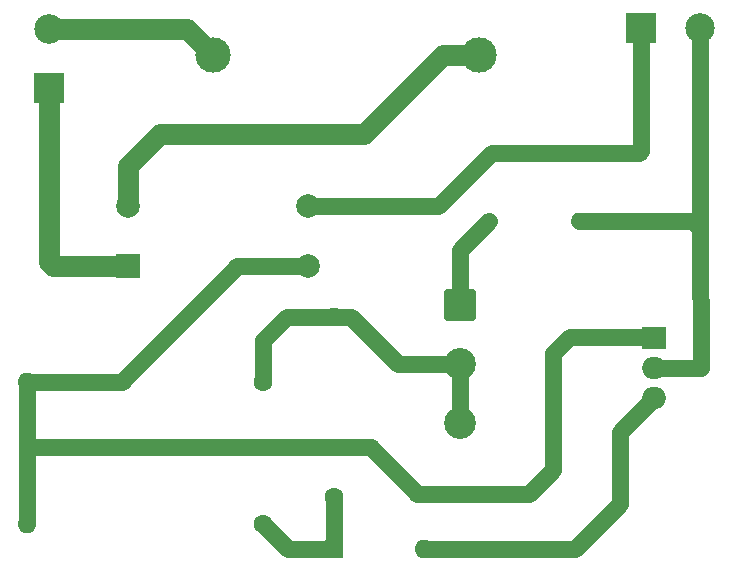
<source format=gbr>
%TF.GenerationSoftware,KiCad,Pcbnew,6.0.7-f9a2dced07~116~ubuntu20.04.1*%
%TF.CreationDate,2022-08-07T22:42:36+01:00*%
%TF.ProjectId,MController,4d436f6e-7472-46f6-9c6c-65722e6b6963,rev?*%
%TF.SameCoordinates,Original*%
%TF.FileFunction,Copper,L2,Bot*%
%TF.FilePolarity,Positive*%
%FSLAX46Y46*%
G04 Gerber Fmt 4.6, Leading zero omitted, Abs format (unit mm)*
G04 Created by KiCad (PCBNEW 6.0.7-f9a2dced07~116~ubuntu20.04.1) date 2022-08-07 22:42:36*
%MOMM*%
%LPD*%
G01*
G04 APERTURE LIST*
G04 Aperture macros list*
%AMRoundRect*
0 Rectangle with rounded corners*
0 $1 Rounding radius*
0 $2 $3 $4 $5 $6 $7 $8 $9 X,Y pos of 4 corners*
0 Add a 4 corners polygon primitive as box body*
4,1,4,$2,$3,$4,$5,$6,$7,$8,$9,$2,$3,0*
0 Add four circle primitives for the rounded corners*
1,1,$1+$1,$2,$3*
1,1,$1+$1,$4,$5*
1,1,$1+$1,$6,$7*
1,1,$1+$1,$8,$9*
0 Add four rect primitives between the rounded corners*
20,1,$1+$1,$2,$3,$4,$5,0*
20,1,$1+$1,$4,$5,$6,$7,0*
20,1,$1+$1,$6,$7,$8,$9,0*
20,1,$1+$1,$8,$9,$2,$3,0*%
G04 Aperture macros list end*
%TA.AperFunction,ComponentPad*%
%ADD10C,1.400000*%
%TD*%
%TA.AperFunction,ComponentPad*%
%ADD11O,1.400000X1.400000*%
%TD*%
%TA.AperFunction,ComponentPad*%
%ADD12R,2.000000X1.905000*%
%TD*%
%TA.AperFunction,ComponentPad*%
%ADD13O,2.000000X1.905000*%
%TD*%
%TA.AperFunction,ComponentPad*%
%ADD14C,3.000000*%
%TD*%
%TA.AperFunction,ComponentPad*%
%ADD15C,1.600000*%
%TD*%
%TA.AperFunction,ComponentPad*%
%ADD16O,1.600000X1.600000*%
%TD*%
%TA.AperFunction,ComponentPad*%
%ADD17RoundRect,0.250001X-1.099999X1.099999X-1.099999X-1.099999X1.099999X-1.099999X1.099999X1.099999X0*%
%TD*%
%TA.AperFunction,ComponentPad*%
%ADD18C,2.700000*%
%TD*%
%TA.AperFunction,ComponentPad*%
%ADD19R,2.500000X2.500000*%
%TD*%
%TA.AperFunction,ComponentPad*%
%ADD20C,2.500000*%
%TD*%
%TA.AperFunction,ComponentPad*%
%ADD21R,2.000000X2.000000*%
%TD*%
%TA.AperFunction,ComponentPad*%
%ADD22C,2.000000*%
%TD*%
%TA.AperFunction,ComponentPad*%
%ADD23R,1.600000X1.600000*%
%TD*%
%TA.AperFunction,Conductor*%
%ADD24C,1.400000*%
%TD*%
%TA.AperFunction,Conductor*%
%ADD25C,1.800000*%
%TD*%
G04 APERTURE END LIST*
D10*
%TO.P,R1,1*%
%TO.N,Net-(J3-Pad1)*%
X126619000Y-69850000D03*
D11*
%TO.P,R1,2*%
%TO.N,Net-(Q1-Pad2)*%
X134239000Y-69850000D03*
%TD*%
D12*
%TO.P,Q1,1,A1*%
%TO.N,Net-(Q1-Pad1)*%
X140639800Y-79730600D03*
D13*
%TO.P,Q1,2,A2*%
%TO.N,Net-(Q1-Pad2)*%
X140639800Y-82270600D03*
%TO.P,Q1,3,G*%
%TO.N,Net-(DIAC1-Pad2)*%
X140639800Y-84810600D03*
%TD*%
D14*
%TO.P,F1,1*%
%TO.N,Net-(J2-Pad2)*%
X103276400Y-55778400D03*
%TO.P,F1,2*%
%TO.N,Net-(FL1-Pad2)*%
X125776400Y-55778400D03*
%TD*%
D15*
%TO.P,R2,1*%
%TO.N,Net-(DIAC1-Pad1)*%
X113512600Y-93167200D03*
D16*
%TO.P,R2,2*%
%TO.N,Net-(C1-Pad1)*%
X113512600Y-77927200D03*
%TD*%
D17*
%TO.P,J3,1,Pin_1*%
%TO.N,Net-(J3-Pad1)*%
X124180600Y-76915000D03*
D18*
%TO.P,J3,2,Pin_2*%
%TO.N,Net-(C1-Pad1)*%
X124180600Y-81915000D03*
%TO.P,J3,3,Pin_3*%
X124180600Y-86915000D03*
%TD*%
D19*
%TO.P,J1,1,Pin_1*%
%TO.N,Net-(J1-Pad1)*%
X139536800Y-53484800D03*
D20*
%TO.P,J1,2,Pin_2*%
%TO.N,Net-(Q1-Pad2)*%
X144536800Y-53484800D03*
%TD*%
D21*
%TO.P,FL1,1,PRI_1*%
%TO.N,Net-(FL1-Pad1)*%
X96072900Y-73654500D03*
D22*
%TO.P,FL1,2,PRI_2*%
%TO.N,Net-(FL1-Pad2)*%
X96072900Y-68554500D03*
%TO.P,FL1,3,SEC_1*%
%TO.N,Net-(Q1-Pad1)*%
X111272900Y-73654500D03*
%TO.P,FL1,4,SEC_2*%
%TO.N,Net-(J1-Pad1)*%
X111272900Y-68554500D03*
%TD*%
D23*
%TO.P,DIAC1,1,K*%
%TO.N,Net-(DIAC1-Pad1)*%
X113512600Y-97586800D03*
D16*
%TO.P,DIAC1,2,A*%
%TO.N,Net-(DIAC1-Pad2)*%
X121132600Y-97586800D03*
%TD*%
D19*
%TO.P,J2,1,Pin_1*%
%TO.N,Net-(FL1-Pad1)*%
X89357200Y-58572400D03*
D20*
%TO.P,J2,2,Pin_2*%
%TO.N,Net-(J2-Pad2)*%
X89357200Y-53572400D03*
%TD*%
D15*
%TO.P,C2,1*%
%TO.N,Net-(DIAC1-Pad1)*%
X107510600Y-95504000D03*
D16*
%TO.P,C2,2*%
%TO.N,Net-(Q1-Pad1)*%
X87510600Y-95504000D03*
%TD*%
D15*
%TO.P,C1,1*%
%TO.N,Net-(C1-Pad1)*%
X107510600Y-83439000D03*
D16*
%TO.P,C1,2*%
%TO.N,Net-(Q1-Pad1)*%
X87510600Y-83439000D03*
%TD*%
D24*
%TO.N,Net-(C1-Pad1)*%
X114935000Y-77927200D02*
X113512600Y-77927200D01*
X118922800Y-81915000D02*
X114935000Y-77927200D01*
X124180600Y-81915000D02*
X124180600Y-86915000D01*
X107510600Y-79916000D02*
X109499400Y-77927200D01*
X124180600Y-81915000D02*
X118922800Y-81915000D01*
X107510600Y-83439000D02*
X107510600Y-79916000D01*
X109499400Y-77927200D02*
X113512600Y-77927200D01*
%TO.N,Net-(Q1-Pad1)*%
X116619000Y-88983800D02*
X120573800Y-92938600D01*
X140512800Y-79603600D02*
X140639800Y-79730600D01*
X87510600Y-88983800D02*
X87510600Y-83439000D01*
X120573800Y-92938600D02*
X129997200Y-92938600D01*
X87510600Y-95504000D02*
X87510600Y-88983800D01*
X95529400Y-83439000D02*
X105313900Y-73654500D01*
X129997200Y-92938600D02*
X132054600Y-90881200D01*
X132054600Y-81000600D02*
X133451600Y-79603600D01*
X87510600Y-83439000D02*
X95529400Y-83439000D01*
X87510600Y-88983800D02*
X116619000Y-88983800D01*
X105313900Y-73654500D02*
X111272900Y-73654500D01*
X132054600Y-90881200D02*
X132054600Y-81000600D01*
X133451600Y-79603600D02*
X140512800Y-79603600D01*
%TO.N,Net-(DIAC1-Pad1)*%
X113512600Y-97586800D02*
X109593400Y-97586800D01*
X109593400Y-97586800D02*
X107510600Y-95504000D01*
X113512600Y-93167200D02*
X113512600Y-97586800D01*
%TO.N,Net-(DIAC1-Pad2)*%
X121132600Y-97586800D02*
X133908800Y-97586800D01*
X137744200Y-93751400D02*
X137744200Y-87706200D01*
X133908800Y-97586800D02*
X137744200Y-93751400D01*
X137744200Y-87706200D02*
X140639800Y-84810600D01*
D25*
%TO.N,Net-(J2-Pad2)*%
X101070400Y-53572400D02*
X103276400Y-55778400D01*
X89357200Y-53572400D02*
X101070400Y-53572400D01*
%TO.N,Net-(FL1-Pad2)*%
X116052600Y-62433200D02*
X122707400Y-55778400D01*
X122707400Y-55778400D02*
X125776400Y-55778400D01*
X98780600Y-62433200D02*
X116052600Y-62433200D01*
X96072900Y-68554500D02*
X96072900Y-65140900D01*
X96072900Y-65140900D02*
X98780600Y-62433200D01*
%TO.N,Net-(FL1-Pad1)*%
X89681900Y-73654500D02*
X96072900Y-73654500D01*
X89357200Y-58572400D02*
X89357200Y-73329800D01*
X89357200Y-73329800D02*
X89681900Y-73654500D01*
D24*
%TO.N,Net-(J1-Pad1)*%
X139369800Y-64058800D02*
X139536800Y-63891800D01*
X126847600Y-64058800D02*
X139369800Y-64058800D01*
X139536800Y-63891800D02*
X139536800Y-53484800D01*
X122351900Y-68554500D02*
X126847600Y-64058800D01*
X111272900Y-68554500D02*
X122351900Y-68554500D01*
%TO.N,Net-(Q1-Pad2)*%
X144536800Y-53484800D02*
X144536800Y-70495800D01*
X144576800Y-82270600D02*
X140639800Y-82270600D01*
X144536800Y-70495800D02*
X144576800Y-82270600D01*
X134239000Y-69850000D02*
X143891000Y-69850000D01*
X143891000Y-69850000D02*
X144536800Y-70495800D01*
%TO.N,Net-(J3-Pad1)*%
X124180600Y-76915000D02*
X124180600Y-72288400D01*
X124180600Y-72288400D02*
X126619000Y-69850000D01*
%TD*%
M02*

</source>
